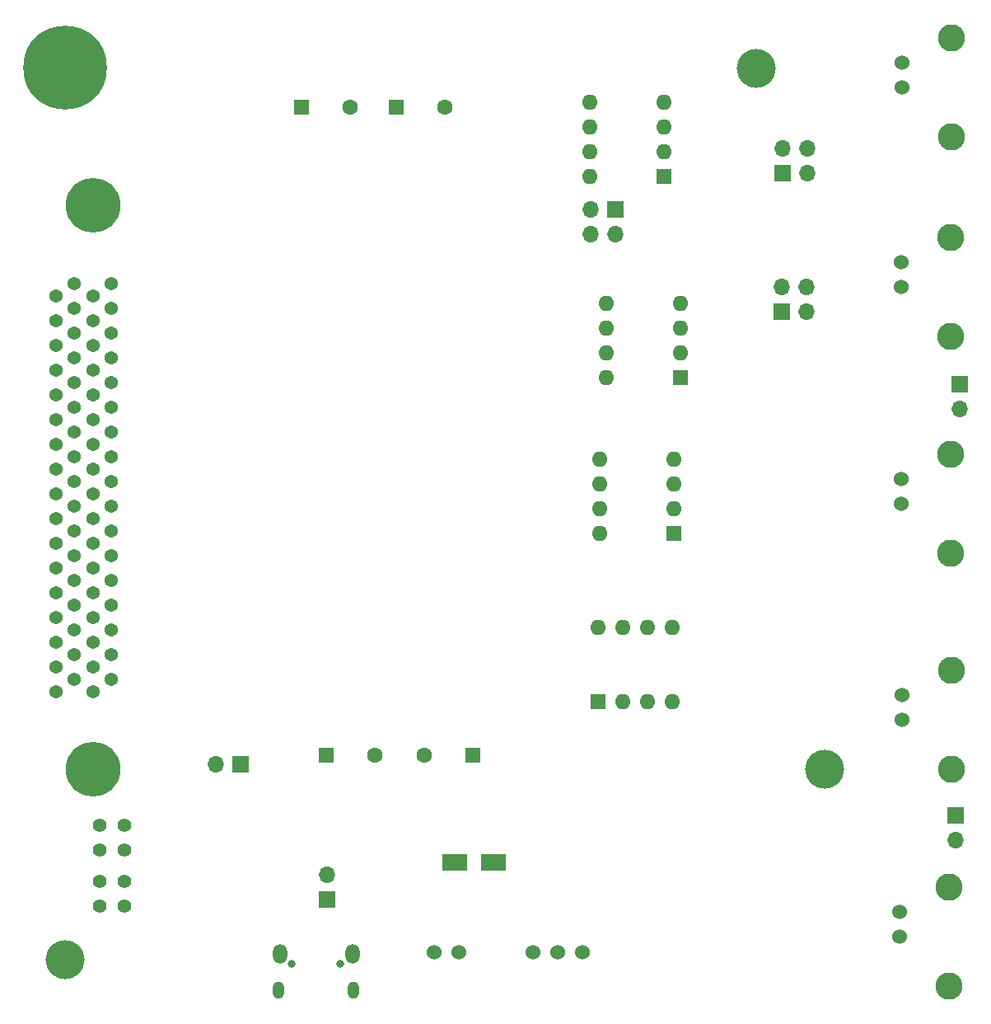
<source format=gbr>
%TF.GenerationSoftware,KiCad,Pcbnew,(6.0.0)*%
%TF.CreationDate,2024-05-04T22:15:16-04:00*%
%TF.ProjectId,Impedance_Analyzer_V4,496d7065-6461-46e6-9365-5f416e616c79,rev?*%
%TF.SameCoordinates,Original*%
%TF.FileFunction,Soldermask,Bot*%
%TF.FilePolarity,Negative*%
%FSLAX46Y46*%
G04 Gerber Fmt 4.6, Leading zero omitted, Abs format (unit mm)*
G04 Created by KiCad (PCBNEW (6.0.0)) date 2024-05-04 22:15:16*
%MOMM*%
%LPD*%
G01*
G04 APERTURE LIST*
%ADD10R,1.700000X1.700000*%
%ADD11O,1.700000X1.700000*%
%ADD12O,0.800000X0.800000*%
%ADD13O,1.150000X1.800000*%
%ADD14O,1.450000X2.000000*%
%ADD15R,1.600000X1.600000*%
%ADD16O,1.600000X1.600000*%
%ADD17C,1.371600*%
%ADD18C,5.613400*%
%ADD19C,1.397000*%
%ADD20C,1.524000*%
%ADD21C,2.800000*%
%ADD22C,1.600000*%
%ADD23C,8.600000*%
%ADD24C,4.000000*%
%ADD25R,2.500000X1.800000*%
G04 APERTURE END LIST*
D10*
%TO.C,J8*%
X93000000Y-117500000D03*
D11*
X90460000Y-117500000D03*
%TD*%
D10*
%TO.C,J3*%
X101850000Y-131320000D03*
D11*
X101850000Y-128780000D03*
%TD*%
D12*
%TO.C,J2*%
X103250000Y-137950000D03*
X98250000Y-137950000D03*
D13*
X104625000Y-140700000D03*
X96875000Y-140700000D03*
D14*
X104475000Y-136900000D03*
X97025000Y-136900000D03*
%TD*%
D15*
%TO.C,U3*%
X129700000Y-111000000D03*
D16*
X132240000Y-111000000D03*
X134780000Y-111000000D03*
X137320000Y-111000000D03*
X137320000Y-103380000D03*
X134780000Y-103380000D03*
X132240000Y-103380000D03*
X129700000Y-103380000D03*
%TD*%
D17*
%TO.C,J1*%
X74000000Y-110000000D03*
X75905000Y-108730000D03*
X74000000Y-107460000D03*
X75905000Y-106190000D03*
X74000000Y-104920000D03*
X75905000Y-103650000D03*
X74000000Y-102380000D03*
X75905000Y-101110000D03*
X74000000Y-99840000D03*
X75905000Y-98570000D03*
X74000000Y-97300000D03*
X75905000Y-96030000D03*
X74000000Y-94760000D03*
X75905000Y-93490000D03*
X74000000Y-92220000D03*
X75905000Y-90950000D03*
X74000000Y-89680000D03*
X75905000Y-88410000D03*
X74000000Y-87140000D03*
X75905000Y-85870000D03*
X74000000Y-84600000D03*
X75905000Y-83330000D03*
X74000000Y-82060000D03*
X75905000Y-80790000D03*
X74000000Y-79520000D03*
X75905000Y-78250000D03*
X74000000Y-76980000D03*
X75905000Y-75710000D03*
X74000000Y-74440000D03*
X75905000Y-73170000D03*
X74000000Y-71900000D03*
X75905000Y-70630000D03*
X74000000Y-69360000D03*
X75905000Y-68090000D03*
X77810000Y-110000000D03*
X79715000Y-108730000D03*
X77810000Y-107460000D03*
X79715000Y-106190000D03*
X77810000Y-104920000D03*
X79715000Y-103650000D03*
X77810000Y-102380000D03*
X79715000Y-101110000D03*
X77810000Y-99840000D03*
X79715000Y-98570000D03*
X77810000Y-97300000D03*
X79715000Y-96030000D03*
X77810000Y-94760000D03*
X79715000Y-93490000D03*
X77810000Y-92220000D03*
X79715000Y-90950000D03*
X77810000Y-89680000D03*
X79715000Y-88410000D03*
X77810000Y-87140000D03*
X79715000Y-85870000D03*
X77810000Y-84600000D03*
X79715000Y-83330000D03*
X77810000Y-82060000D03*
X79715000Y-80790000D03*
X77810000Y-79520000D03*
X79715000Y-78250000D03*
X77810000Y-76980000D03*
X79715000Y-75710000D03*
X77810000Y-74440000D03*
X79715000Y-73170000D03*
X77810000Y-71900000D03*
X79715000Y-70630000D03*
X77810000Y-69360000D03*
X79715000Y-68090000D03*
D18*
X77810000Y-118001000D03*
X77810000Y-60089000D03*
%TD*%
D19*
%TO.C,D15*%
X81055300Y-126236600D03*
X81055300Y-123696600D03*
X78515300Y-126236600D03*
X78515300Y-123696600D03*
%TD*%
%TO.C,D14*%
X78515300Y-129446600D03*
X78515300Y-131986600D03*
X81055300Y-129446600D03*
X81055300Y-131986600D03*
%TD*%
D20*
%TO.C,J6*%
X160924991Y-68475000D03*
X160924991Y-65935000D03*
D21*
X166004991Y-63395000D03*
X166004991Y-73555000D03*
%TD*%
D20*
%TO.C,J7*%
X160750000Y-135150000D03*
D21*
X165830000Y-140230000D03*
X165830000Y-130070000D03*
D20*
X160750000Y-132610000D03*
%TD*%
%TO.C,J5*%
X161000000Y-112925000D03*
X161000000Y-110385000D03*
D21*
X166080000Y-107845000D03*
X166080000Y-118005000D03*
%TD*%
D20*
%TO.C,J4*%
X160924991Y-90699991D03*
D21*
X166004991Y-95779991D03*
D20*
X160924991Y-88159991D03*
D21*
X166004991Y-85619991D03*
%TD*%
D15*
%TO.C,U4*%
X137500000Y-93750000D03*
D16*
X137500000Y-91210000D03*
X137500000Y-88670000D03*
X137500000Y-86130000D03*
X129880000Y-86130000D03*
X129880000Y-88670000D03*
X129880000Y-91210000D03*
X129880000Y-93750000D03*
%TD*%
D15*
%TO.C,C7*%
X101778792Y-116500000D03*
D22*
X106778792Y-116500000D03*
%TD*%
D15*
%TO.C,C9*%
X116902651Y-116500000D03*
D22*
X111902651Y-116500000D03*
%TD*%
D23*
%TO.C,H1*%
X75000000Y-45900000D03*
%TD*%
D24*
%TO.C,H2*%
X146000000Y-46000000D03*
%TD*%
%TO.C,H4*%
X153000000Y-118000000D03*
%TD*%
%TO.C,H3*%
X75000000Y-137500000D03*
%TD*%
D20*
%TO.C,Reg1*%
X112880000Y-136750000D03*
X115420000Y-136750000D03*
X123040000Y-136750000D03*
X125580000Y-136750000D03*
X128120000Y-136750000D03*
%TD*%
D10*
%TO.C,J18*%
X166475000Y-122725000D03*
D11*
X166475000Y-125265000D03*
%TD*%
D15*
%TO.C,U7*%
X136525000Y-57075000D03*
D16*
X136525000Y-54535000D03*
X136525000Y-51995000D03*
X136525000Y-49455000D03*
X128905000Y-49455000D03*
X128905000Y-51995000D03*
X128905000Y-54535000D03*
X128905000Y-57075000D03*
%TD*%
D15*
%TO.C,C16*%
X109000000Y-50000000D03*
D22*
X114000000Y-50000000D03*
%TD*%
D15*
%TO.C,C25*%
X99260000Y-50000000D03*
D22*
X104260000Y-50000000D03*
%TD*%
D10*
%TO.C,J15*%
X166875000Y-78475000D03*
D11*
X166875000Y-81015000D03*
%TD*%
D20*
%TO.C,J20*%
X161000000Y-47950000D03*
D21*
X166080000Y-53030000D03*
X166080000Y-42870000D03*
D20*
X161000000Y-45410000D03*
%TD*%
D16*
%TO.C,U6*%
X130630000Y-77750000D03*
X130630000Y-75210000D03*
X130630000Y-72670000D03*
X130630000Y-70130000D03*
X138250000Y-70130000D03*
X138250000Y-72670000D03*
X138250000Y-75210000D03*
D15*
X138250000Y-77750000D03*
%TD*%
D10*
%TO.C,J19*%
X148725000Y-56775000D03*
D11*
X148725000Y-54235000D03*
X151265000Y-56775000D03*
X151265000Y-54235000D03*
%TD*%
D10*
%TO.C,J17*%
X148653750Y-70960000D03*
D11*
X148653750Y-68420000D03*
X151193750Y-70960000D03*
X151193750Y-68420000D03*
%TD*%
D10*
%TO.C,J21*%
X131500000Y-60500000D03*
D11*
X131500000Y-63040000D03*
X128960000Y-60500000D03*
X128960000Y-63040000D03*
%TD*%
D25*
%TO.C,D6*%
X119000000Y-127500000D03*
X115000000Y-127500000D03*
%TD*%
M02*

</source>
